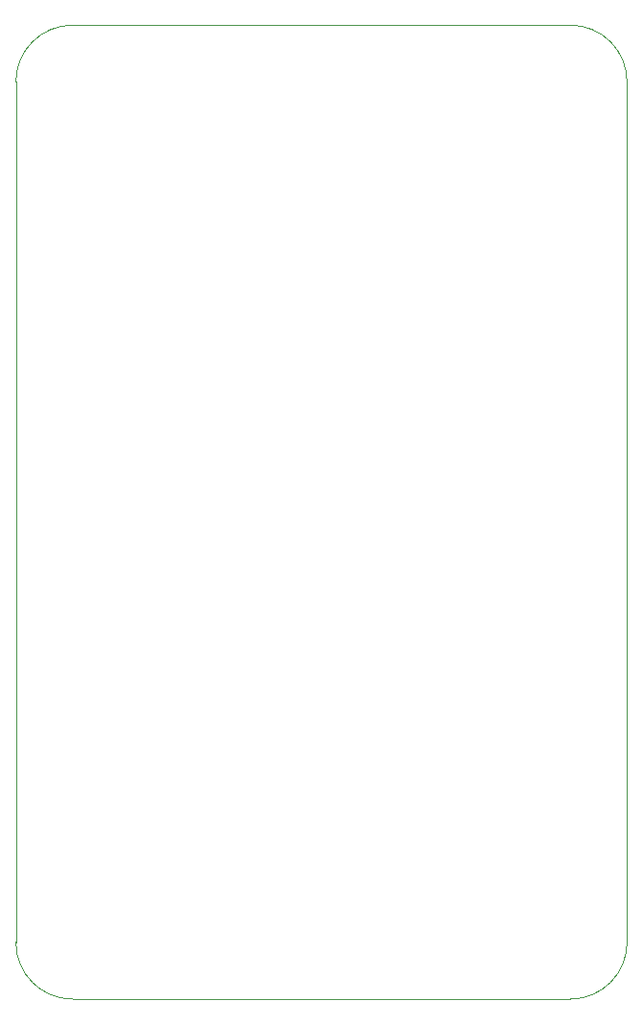
<source format=gbr>
%TF.GenerationSoftware,KiCad,Pcbnew,(6.0.7)*%
%TF.CreationDate,2022-11-23T18:30:17-05:00*%
%TF.ProjectId,Team5_Coaster,5465616d-355f-4436-9f61-737465722e6b,rev?*%
%TF.SameCoordinates,Original*%
%TF.FileFunction,Profile,NP*%
%FSLAX46Y46*%
G04 Gerber Fmt 4.6, Leading zero omitted, Abs format (unit mm)*
G04 Created by KiCad (PCBNEW (6.0.7)) date 2022-11-23 18:30:17*
%MOMM*%
%LPD*%
G01*
G04 APERTURE LIST*
%TA.AperFunction,Profile*%
%ADD10C,0.100000*%
%TD*%
G04 APERTURE END LIST*
D10*
X103000000Y-51000000D02*
G75*
G03*
X98000000Y-56000000I0J-5000000D01*
G01*
X147000000Y-137000000D02*
G75*
G03*
X152000000Y-132000000I0J5000000D01*
G01*
X98000000Y-132000000D02*
G75*
G03*
X103000000Y-137000000I5000000J0D01*
G01*
X147000000Y-51000000D02*
X103000000Y-51000000D01*
X152000000Y-132000000D02*
X152000000Y-56000000D01*
X98000000Y-56000000D02*
X98000000Y-132000000D01*
X103000000Y-137000000D02*
X147000000Y-137000000D01*
X152000000Y-56000000D02*
G75*
G03*
X147000000Y-51000000I-5000000J0D01*
G01*
M02*

</source>
